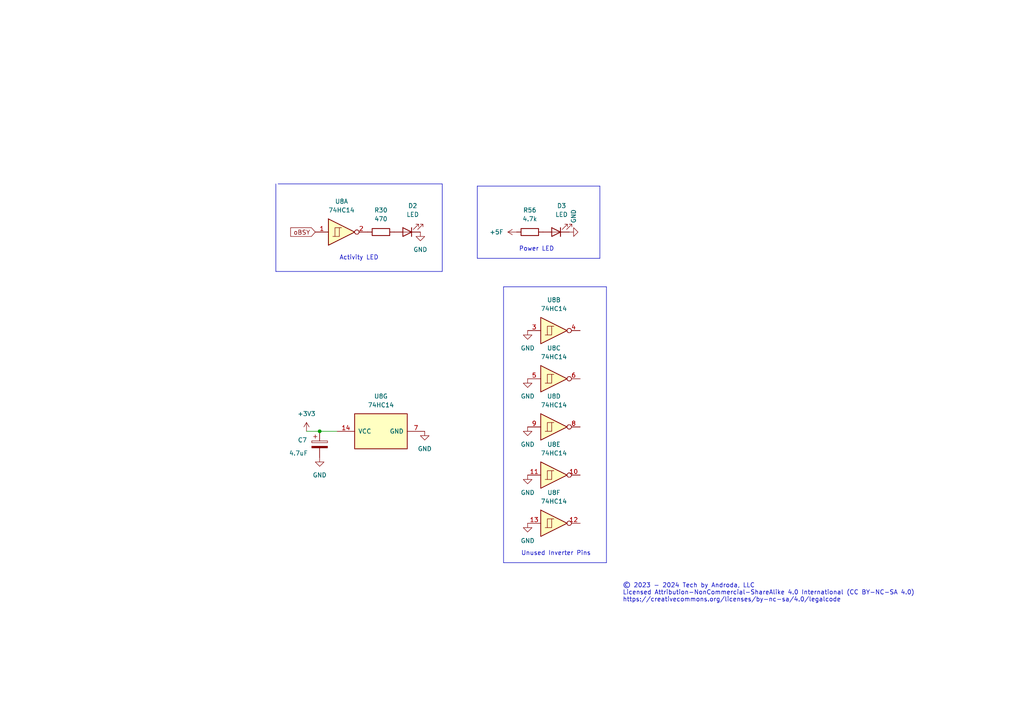
<source format=kicad_sch>
(kicad_sch (version 20231120) (generator "eeschema") (generator_version "8.0")
  (paper "A4")
  (title_block (title "BlueSCSI V2, Centronics 50 Pin, 2024.03a") (date "March 2024") (rev "1") (company "Tech by Androda, LLC"))
  (lib_symbols
    (symbol "74xx:74HC14" (pin_names (offset 1.016))
      (property "Reference" "U" (at 0 1.27 0))
      (property "Value" "74HC14" (at 0 -1.27 0))
      (symbol "74HC14_1_0"
        (polyline (pts (xy -3.81 3.81) (xy -3.81 -3.81) (xy 3.81 0) (xy -3.81 3.81)) (stroke (width 0.254)) (fill (type background)))
        (pin input line (at -7.62 0 0) (length 3.81) (name "~") (number "1"))
        (pin output inverted (at 7.62 0 180) (length 3.81) (name "~") (number "2"))
      )
      (symbol "74HC14_1_1"
        (polyline (pts (xy -1.905 -1.27) (xy -1.905 1.27) (xy -0.635 1.27)))
        (polyline (pts (xy -2.54 -1.27) (xy -0.635 -1.27) (xy -0.635 1.27) (xy 0 1.27)))
      )
      (symbol "74HC14_2_0"
        (polyline (pts (xy -3.81 3.81) (xy -3.81 -3.81) (xy 3.81 0) (xy -3.81 3.81)) (stroke (width 0.254)) (fill (type background)))
        (pin input line (at -7.62 0 0) (length 3.81) (name "~") (number "3"))
        (pin output inverted (at 7.62 0 180) (length 3.81) (name "~") (number "4"))
      )
      (symbol "74HC14_2_1"
        (polyline (pts (xy -1.905 -1.27) (xy -1.905 1.27) (xy -0.635 1.27)))
        (polyline (pts (xy -2.54 -1.27) (xy -0.635 -1.27) (xy -0.635 1.27) (xy 0 1.27)))
      )
      (symbol "74HC14_3_0"
        (polyline (pts (xy -3.81 3.81) (xy -3.81 -3.81) (xy 3.81 0) (xy -3.81 3.81)) (stroke (width 0.254)) (fill (type background)))
        (pin input line (at -7.62 0 0) (length 3.81) (name "~") (number "5"))
        (pin output inverted (at 7.62 0 180) (length 3.81) (name "~") (number "6"))
      )
      (symbol "74HC14_3_1"
        (polyline (pts (xy -1.905 -1.27) (xy -1.905 1.27) (xy -0.635 1.27)))
        (polyline (pts (xy -2.54 -1.27) (xy -0.635 -1.27) (xy -0.635 1.27) (xy 0 1.27)))
      )
      (symbol "74HC14_4_0"
        (polyline (pts (xy -3.81 3.81) (xy -3.81 -3.81) (xy 3.81 0) (xy -3.81 3.81)) (stroke (width 0.254)) (fill (type background)))
        (pin output inverted (at 7.62 0 180) (length 3.81) (name "~") (number "8"))
        (pin input line (at -7.62 0 0) (length 3.81) (name "~") (number "9"))
      )
      (symbol "74HC14_4_1"
        (polyline (pts (xy -1.905 -1.27) (xy -1.905 1.27) (xy -0.635 1.27)))
        (polyline (pts (xy -2.54 -1.27) (xy -0.635 -1.27) (xy -0.635 1.27) (xy 0 1.27)))
      )
      (symbol "74HC14_5_0"
        (polyline (pts (xy -3.81 3.81) (xy -3.81 -3.81) (xy 3.81 0) (xy -3.81 3.81)) (stroke (width 0.254)) (fill (type background)))
        (pin output inverted (at 7.62 0 180) (length 3.81) (name "~") (number "10"))
        (pin input line (at -7.62 0 0) (length 3.81) (name "~") (number "11"))
      )
      (symbol "74HC14_5_1"
        (polyline (pts (xy -1.905 -1.27) (xy -1.905 1.27) (xy -0.635 1.27)))
        (polyline (pts (xy -2.54 -1.27) (xy -0.635 -1.27) (xy -0.635 1.27) (xy 0 1.27)))
      )
      (symbol "74HC14_6_0"
        (polyline (pts (xy -3.81 3.81) (xy -3.81 -3.81) (xy 3.81 0) (xy -3.81 3.81)) (stroke (width 0.254)) (fill (type background)))
        (pin output inverted (at 7.62 0 180) (length 3.81) (name "~") (number "12"))
        (pin input line (at -7.62 0 0) (length 3.81) (name "~") (number "13"))
      )
      (symbol "74HC14_6_1"
        (polyline (pts (xy -1.905 -1.27) (xy -1.905 1.27) (xy -0.635 1.27)))
        (polyline (pts (xy -2.54 -1.27) (xy -0.635 -1.27) (xy -0.635 1.27) (xy 0 1.27)))
      )
      (symbol "74HC14_7_0"
        (pin power_in line (at 0 12.7 270) (length 5.08) (name "VCC") (number "14"))
        (pin power_in line (at 0 -12.7 90) (length 5.08) (name "GND") (number "7"))
      )
      (symbol "74HC14_7_1"
        (rectangle (start -5.08 7.62) (end 5.08 -7.62) (stroke (width 0.254)) (fill (type background)))
      )
    )
    (symbol "Device:CP" (pin_numbers hide) (pin_names (offset 0.254))
      (property "Reference" "C" (at 0.635 2.54 0))
      (property "Value" "Device_CP" (at 0.635 -2.54 0))
      (symbol "CP_0_1"
        (rectangle (start -2.286 0.508) (end 2.286 1.016))
        (polyline (pts (xy -1.778 2.286) (xy -0.762 2.286)))
        (polyline (pts (xy -1.27 2.794) (xy -1.27 1.778)))
        (rectangle (start 2.286 -0.508) (end -2.286 -1.016) (fill (type outline)))
      )
      (symbol "CP_1_1"
        (pin passive line (at 0 3.81 270) (length 2.794) (name "~") (number "1"))
        (pin passive line (at 0 -3.81 90) (length 2.794) (name "~") (number "2"))
      )
    )
    (symbol "Device:LED" (pin_numbers hide) (pin_names (offset 1.016) hide)
      (property "Reference" "D" (at 0 2.54 0))
      (property "Value" "LED" (at 0 -2.54 0))
      (symbol "LED_0_1"
        (polyline (pts (xy -1.27 -1.27) (xy -1.27 1.27)) (stroke (width 0.254)))
        (polyline (pts (xy -1.27 0) (xy 1.27 0)))
        (polyline (pts (xy 1.27 -1.27) (xy 1.27 1.27) (xy -1.27 0) (xy 1.27 -1.27)) (stroke (width 0.254)))
        (polyline (pts (xy -3.048 -0.762) (xy -4.572 -2.286) (xy -3.81 -2.286) (xy -4.572 -2.286) (xy -4.572 -1.524)))
        (polyline (pts (xy -1.778 -0.762) (xy -3.302 -2.286) (xy -2.54 -2.286) (xy -3.302 -2.286) (xy -3.302 -1.524)))
      )
      (symbol "LED_1_1"
        (pin passive line (at -3.81 0 0) (length 2.54) (name "K") (number "1"))
        (pin passive line (at 3.81 0 180) (length 2.54) (name "A") (number "2"))
      )
    )
    (symbol "Device:R" (pin_numbers hide) (pin_names (offset 0))
      (property "Reference" "R" (at 2.032 0 90))
      (property "Value" "R" (at 0 0 90))
      (symbol "R_0_1"
        (rectangle (start -1.016 -2.54) (end 1.016 2.54) (stroke (width 0.254)))
      )
      (symbol "R_1_1"
        (pin passive line (at 0 3.81 270) (length 1.27) (name "~") (number "1"))
        (pin passive line (at 0 -3.81 90) (length 1.27) (name "~") (number "2"))
      )
    )
    (symbol "power:+3.3V" (power) (pin_names (offset 0))
      (property "Value" "+3.3V" (at 0 3.556 0))
      (symbol "+3.3V_0_1"
        (polyline (pts (xy -0.762 1.27) (xy 0 2.54)))
        (polyline (pts (xy 0 0) (xy 0 2.54)))
        (polyline (pts (xy 0 2.54) (xy 0.762 1.27)))
      )
      (symbol "+3.3V_1_1"
        (pin power_in line (at 0 0 90) (length 0) hide (name "+3V3") (number "1"))
      )
    )
    (symbol "power:+5F" (power) (pin_names (offset 0))
      (property "Value" "+5F" (at 0 3.556 0))
      (symbol "+5F_0_1"
        (polyline (pts (xy -0.762 1.27) (xy 0 2.54)))
        (polyline (pts (xy 0 0) (xy 0 2.54)))
        (polyline (pts (xy 0 2.54) (xy 0.762 1.27)))
      )
      (symbol "+5F_1_1"
        (pin power_in line (at 0 0 90) (length 0) hide (name "+5F") (number "1"))
      )
    )
    (symbol "power:GND" (power) (pin_names (offset 0))
      (property "Value" "GND" (at 0 -3.81 0))
      (symbol "GND_0_1"
        (polyline (pts (xy 0 0) (xy 0 -1.27) (xy 1.27 -1.27) (xy 0 -2.54) (xy -1.27 -1.27) (xy 0 -1.27)))
      )
      (symbol "GND_1_1"
        (pin power_in line (at 0 0 270) (length 0) hide (name "GND") (number "1"))
      )
    )
  )
  (junction (at 92.71 125.095))
  (polyline (pts (xy 138.43 53.975) (xy 173.99 53.975)))
  (polyline (pts (xy 173.99 53.975) (xy 173.99 74.93)))
  (polyline (pts (xy 80.645 53.34) (xy 128.27 53.34)))
  (polyline (pts (xy 80.01 53.34) (xy 80.01 78.74)))
  (polyline (pts (xy 146.05 83.185) (xy 146.05 163.195)))
  (polyline (pts (xy 128.27 78.74) (xy 128.27 53.34)))
  (wire (pts (xy 92.71 125.095) (xy 97.79 125.095)))
  (polyline (pts (xy 173.99 74.93) (xy 138.43 74.93)))
  (polyline (pts (xy 146.05 83.185) (xy 175.895 83.185)))
  (polyline (pts (xy 175.895 163.195) (xy 175.895 83.185)))
  (wire (pts (xy 88.9 125.095) (xy 92.71 125.095)))
  (polyline (pts (xy 80.01 78.74) (xy 128.27 78.74)))
  (polyline (pts (xy 146.05 163.195) (xy 175.895 163.195)))
  (polyline (pts (xy 138.43 53.975) (xy 138.43 74.93)))
  (text "© 2023 - 2024 Tech by Androda, LLC\nLicensed Attribution-NonCommercial-ShareAlike 4.0 International (CC BY-NC-SA 4.0)\nhttps://creativecommons.org/licenses/by-nc-sa/4.0/legalcode" (at 180.594 174.752 0) (effects (font (size 1.27 1.27)) (justify left bottom)))
  (text "Power LED" (at 150.495 73.025 0) (effects (font (size 1.27 1.27)) (justify left bottom)))
  (text "Unused Inverter Pins" (at 151.13 161.29 0) (effects (font (size 1.27 1.27)) (justify left bottom)))
  (text "Activity LED" (at 98.425 75.565 0) (effects (font (size 1.27 1.27)) (justify left bottom)))
  (global_label "oBSY" (shape input) (at 91.44 67.31 180) (property "Intersheetrefs" "${INTERSHEET_REFS}" (effects (hide yes))))
  (symbol (lib_id "power:GND") (at 153.035 123.825 0) (unit 1)
    (property "Reference" "#PWR044" (effects (hide yes)))
    (property "Value" "GND" (at 153.035 128.905 0))
  )
  (symbol (lib_id "power:+5F") (at 149.86 67.31 90) (unit 1)
    (property "Reference" "#PWR0105" (effects (hide yes)))
    (property "Value" "+5F" (at 146.05 67.3099 90) (effects (justify left)))
  )
  (symbol (lib_id "power:GND") (at 153.035 109.855 0) (unit 1)
    (property "Reference" "#PWR043" (effects (hide yes)))
    (property "Value" "GND" (at 153.035 114.935 0))
  )
  (symbol (lib_id "power:GND") (at 153.035 151.765 0) (unit 1)
    (property "Reference" "#PWR051" (effects (hide yes)))
    (property "Value" "GND" (at 153.035 156.845 0))
  )
  (symbol (lib_id "74xx:74HC14") (at 160.655 109.855 0) (unit 3)
    (property "Reference" "U8" (at 160.655 100.965 0))
    (property "Value" "74HC14" (at 160.655 103.505 0))
    (property "Datasheet" "http://www.ti.com/lit/gpn/sn74HC14" (effects (hide yes)))
  )
  (symbol (lib_id "power:+3.3V") (at 88.9 125.095 0) (unit 1)
    (property "Reference" "#PWR0104" (effects (hide yes)))
    (property "Value" "+3V3" (at 88.9 120.015 0))
  )
  (symbol (lib_id "power:GND") (at 165.1 67.31 90) (unit 1)
    (property "Reference" "#PWR068" (effects (hide yes)))
    (property "Value" "GND" (at 166.3699 64.77 0) (effects (justify left)))
  )
  (symbol (lib_id "74xx:74HC14") (at 160.655 95.885 0) (unit 2)
    (property "Reference" "U8" (at 160.655 86.995 0))
    (property "Value" "74HC14" (at 160.655 89.535 0))
    (property "Datasheet" "http://www.ti.com/lit/gpn/sn74HC14" (effects (hide yes)))
  )
  (symbol (lib_id "74xx:74HC14") (at 160.655 137.795 0) (unit 5)
    (property "Reference" "U8" (at 160.655 128.905 0))
    (property "Value" "74HC14" (at 160.655 131.445 0))
    (property "Datasheet" "http://www.ti.com/lit/gpn/sn74HC14" (effects (hide yes)))
  )
  (symbol (lib_id "Device:CP") (at 92.71 128.905 0) (unit 1)
    (property "Reference" "C7" (at 86.36 127.635 0) (effects (justify left)))
    (property "Value" "4.7uF" (at 83.82 131.445 0) (effects (justify left)))
    (property "Footprint" "Capacitor_SMD:C_0805_2012Metric_Pad1.18x1.45mm_HandSolder" (effects (hide yes)))
  )
  (symbol (lib_id "Device:R") (at 153.67 67.31 90) (unit 1)
    (property "Reference" "R56" (at 153.67 60.96 90))
    (property "Value" "4.7k" (at 153.67 63.5 90))
    (property "Footprint" "Resistor_SMD:R_0603_1608Metric_Pad0.98x0.95mm_HandSolder" (effects (hide yes)))
  )
  (symbol (lib_id "Device:LED") (at 118.11 67.31 180) (unit 1)
    (property "Reference" "D2" (at 119.6975 59.69 0))
    (property "Value" "LED" (at 119.6975 62.23 0))
    (property "Footprint" "LED_SMD:LED_0603_1608Metric_Pad1.05x0.95mm_HandSolder" (effects (hide yes)))
  )
  (symbol (lib_id "74xx:74HC14") (at 110.49 125.095 90) (unit 7)
    (property "Reference" "U8" (at 110.49 114.935 90))
    (property "Value" "74HC14" (at 110.49 117.475 90))
    (property "Footprint" "Package_SO:SOIC-14_3.9x8.7mm_P1.27mm" (effects (hide yes)))
    (property "Datasheet" "http://www.ti.com/lit/gpn/sn74HC14" (effects (hide yes)))
  )
  (symbol (lib_id "74xx:74HC14") (at 160.655 151.765 0) (unit 6)
    (property "Reference" "U8" (at 160.655 142.875 0))
    (property "Value" "74HC14" (at 160.655 145.415 0))
    (property "Datasheet" "http://www.ti.com/lit/gpn/sn74HC14" (effects (hide yes)))
  )
  (symbol (lib_id "power:GND") (at 153.035 95.885 0) (unit 1)
    (property "Reference" "#PWR042" (effects (hide yes)))
    (property "Value" "GND" (at 153.035 100.965 0))
  )
  (symbol (lib_id "Device:R") (at 110.49 67.31 90) (unit 1)
    (property "Reference" "R30" (at 110.49 60.96 90))
    (property "Value" "470" (at 110.49 63.5 90))
    (property "Footprint" "Resistor_SMD:R_0402_1005Metric_Pad0.72x0.64mm_HandSolder" (effects (hide yes)))
  )
  (symbol (lib_id "power:GND") (at 123.19 125.095 0) (unit 1)
    (property "Reference" "#PWR026" (effects (hide yes)))
    (property "Value" "GND" (at 123.19 130.175 0))
  )
  (symbol (lib_id "74xx:74HC14") (at 160.655 123.825 0) (unit 4)
    (property "Reference" "U8" (at 160.655 114.935 0))
    (property "Value" "74HC14" (at 160.655 117.475 0))
    (property "Datasheet" "http://www.ti.com/lit/gpn/sn74HC14" (effects (hide yes)))
  )
  (symbol (lib_id "power:GND") (at 121.92 67.31 0) (unit 1)
    (property "Reference" "#PWR038" (effects (hide yes)))
    (property "Value" "GND" (at 121.92 72.39 0))
  )
  (symbol (lib_id "power:GND") (at 153.035 137.795 0) (unit 1)
    (property "Reference" "#PWR045" (effects (hide yes)))
    (property "Value" "GND" (at 153.035 142.875 0))
  )
  (symbol (lib_id "power:GND") (at 92.71 132.715 0) (unit 1)
    (property "Reference" "#PWR041" (effects (hide yes)))
    (property "Value" "GND" (at 92.71 137.795 0))
  )
  (symbol (lib_id "74xx:74HC14") (at 99.06 67.31 0) (unit 1)
    (property "Reference" "U8" (at 99.06 58.42 0))
    (property "Value" "74HC14" (at 99.06 60.96 0))
    (property "Datasheet" "http://www.ti.com/lit/gpn/sn74HC14" (effects (hide yes)))
  )
  (symbol (lib_id "Device:LED") (at 161.29 67.31 180) (unit 1)
    (property "Reference" "D3" (at 162.8775 59.69 0))
    (property "Value" "LED" (at 162.8775 62.23 0))
    (property "Footprint" "LED_SMD:LED_0603_1608Metric_Pad1.05x0.95mm_HandSolder" (effects (hide yes)))
  )
)
</source>
